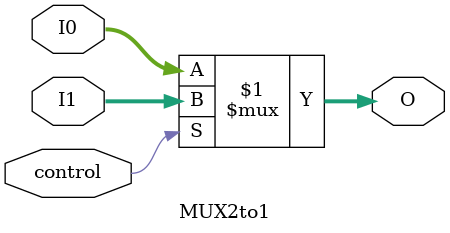
<source format=sv>

module MUX2to1 (
    input control,
    input [31:0] I0,
    input [31:0] I1,
    output [31:0] O
);

assign O = control ? I1 : I0;

endmodule

</source>
